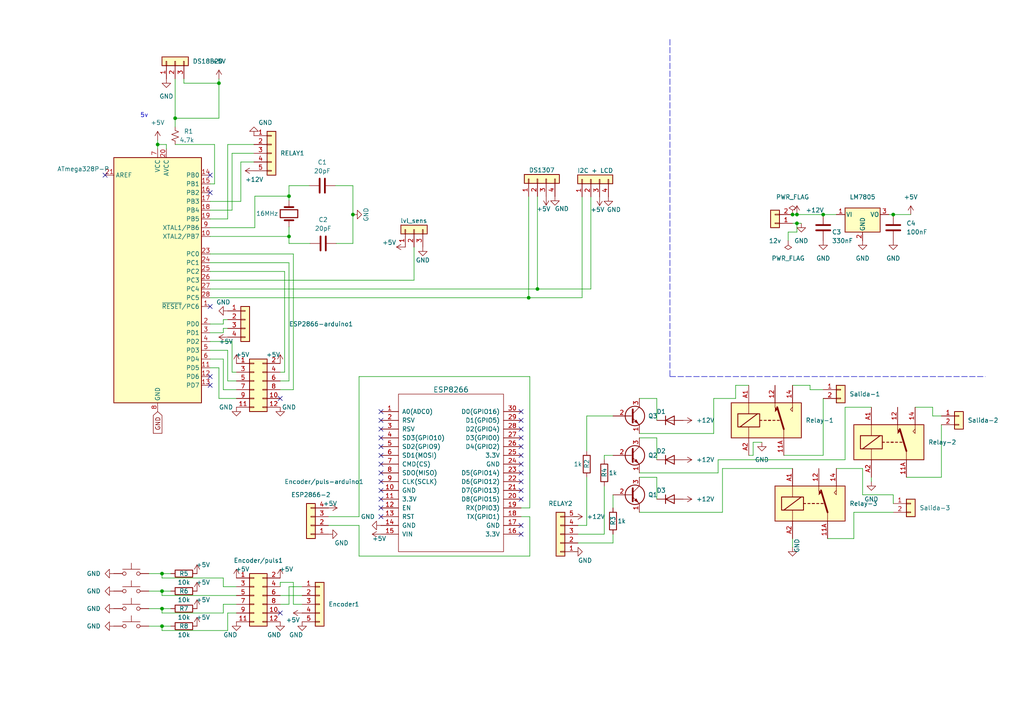
<source format=kicad_sch>
(kicad_sch (version 20211123) (generator eeschema)
  (paper "A4")
  (lib_symbols
    (symbol "Conn_01x02_2" (pin_names (offset 1.016) hide)
      (property "Value" "12v" (at 0 5.08 0))
      (symbol "Conn_01x02_2_1_1"
        (rectangle (start -1.27 -2.413) (end 0 -2.667) (stroke (width 0.1524)))
        (rectangle (start -1.27 0.127) (end 0 -0.127) (stroke (width 0.1524)))
        (rectangle (start -1.27 1.27) (end 1.27 -3.81) (stroke (width 0.254)) (fill (type background)))
        (pin power_in line (at -5.08 0 0) (length 3.81) (name "Pin_1") (number "1"))
        (pin power_in line (at -5.08 -2.54 0) (length 3.81) (name "Pin_2") (number "2"))
      )
    )
    (symbol "Conn_01x04_1" (pin_names (offset 1.016) hide)
      (property "Reference" "J" (at 0 5.08 0))
      (property "Value" "Conn_01x04_1" (at 0 -7.62 0))
      (symbol "Conn_01x04_1_1_1"
        (rectangle (start -1.27 -4.953) (end 0 -5.207) (stroke (width 0.1524)))
        (rectangle (start -1.27 -2.413) (end 0 -2.667) (stroke (width 0.1524)))
        (rectangle (start -1.27 0.127) (end 0 -0.127) (stroke (width 0.1524)))
        (rectangle (start -1.27 2.667) (end 0 2.413) (stroke (width 0.1524)))
        (rectangle (start -1.27 3.81) (end 1.27 -6.35) (stroke (width 0.254)) (fill (type background)))
        (pin passive line (at -5.08 2.54 0) (length 3.81) (name "Pin_1") (number "1"))
        (pin passive line (at -5.08 0 0) (length 3.81) (name "Pin_2") (number "2"))
        (pin passive line (at -5.08 -2.54 0) (length 3.81) (name "Pin_3") (number "3"))
        (pin passive line (at -5.08 -5.08 0) (length 3.81) (name "Pin_4") (number "4"))
      )
    )
    (symbol "Connector_Generic:Conn_01x02" (pin_names (offset 1.016) hide)
      (property "Reference" "J" (at 0 2.54 0))
      (property "Value" "Conn_01x02" (at 0 -5.08 0))
      (symbol "Conn_01x02_1_1"
        (rectangle (start -1.27 -2.413) (end 0 -2.667) (stroke (width 0.1524)))
        (rectangle (start -1.27 0.127) (end 0 -0.127) (stroke (width 0.1524)))
        (rectangle (start -1.27 1.27) (end 1.27 -3.81) (stroke (width 0.254)) (fill (type background)))
        (pin passive line (at -5.08 0 0) (length 3.81) (name "Pin_1") (number "1"))
        (pin passive line (at -5.08 -2.54 0) (length 3.81) (name "Pin_2") (number "2"))
      )
    )
    (symbol "Connector_Generic:Conn_01x03" (pin_names (offset 1.016) hide)
      (property "Reference" "J" (at 0 5.08 0))
      (property "Value" "Conn_01x03" (at 0 -5.08 0))
      (symbol "Conn_01x03_1_1"
        (rectangle (start -1.27 -2.413) (end 0 -2.667) (stroke (width 0.1524)))
        (rectangle (start -1.27 0.127) (end 0 -0.127) (stroke (width 0.1524)))
        (rectangle (start -1.27 2.667) (end 0 2.413) (stroke (width 0.1524)))
        (rectangle (start -1.27 3.81) (end 1.27 -3.81) (stroke (width 0.254)) (fill (type background)))
        (pin passive line (at -5.08 2.54 0) (length 3.81) (name "Pin_1") (number "1"))
        (pin passive line (at -5.08 0 0) (length 3.81) (name "Pin_2") (number "2"))
        (pin passive line (at -5.08 -2.54 0) (length 3.81) (name "Pin_3") (number "3"))
      )
    )
    (symbol "Connector_Generic:Conn_01x04" (pin_names (offset 1.016) hide)
      (property "Reference" "J" (at 0 5.08 0))
      (property "Value" "Conn_01x04" (at 0 -7.62 0))
      (symbol "Conn_01x04_1_1"
        (rectangle (start -1.27 -4.953) (end 0 -5.207) (stroke (width 0.1524)))
        (rectangle (start -1.27 -2.413) (end 0 -2.667) (stroke (width 0.1524)))
        (rectangle (start -1.27 0.127) (end 0 -0.127) (stroke (width 0.1524)))
        (rectangle (start -1.27 2.667) (end 0 2.413) (stroke (width 0.1524)))
        (rectangle (start -1.27 3.81) (end 1.27 -6.35) (stroke (width 0.254)) (fill (type background)))
        (pin passive line (at -5.08 2.54 0) (length 3.81) (name "Pin_1") (number "1"))
        (pin passive line (at -5.08 0 0) (length 3.81) (name "Pin_2") (number "2"))
        (pin passive line (at -5.08 -2.54 0) (length 3.81) (name "Pin_3") (number "3"))
        (pin passive line (at -5.08 -5.08 0) (length 3.81) (name "Pin_4") (number "4"))
      )
    )
    (symbol "Connector_Generic:Conn_01x05" (pin_names (offset 1.016) hide)
      (property "Reference" "J" (at 0 7.62 0))
      (property "Value" "Conn_01x05" (at 0 -7.62 0))
      (symbol "Conn_01x05_1_1"
        (rectangle (start -1.27 -4.953) (end 0 -5.207) (stroke (width 0.1524)))
        (rectangle (start -1.27 -2.413) (end 0 -2.667) (stroke (width 0.1524)))
        (rectangle (start -1.27 0.127) (end 0 -0.127) (stroke (width 0.1524)))
        (rectangle (start -1.27 2.667) (end 0 2.413) (stroke (width 0.1524)))
        (rectangle (start -1.27 5.207) (end 0 4.953) (stroke (width 0.1524)))
        (rectangle (start -1.27 6.35) (end 1.27 -6.35) (stroke (width 0.254)) (fill (type background)))
        (pin passive line (at -5.08 5.08 0) (length 3.81) (name "Pin_1") (number "1"))
        (pin passive line (at -5.08 2.54 0) (length 3.81) (name "Pin_2") (number "2"))
        (pin passive line (at -5.08 0 0) (length 3.81) (name "Pin_3") (number "3"))
        (pin passive line (at -5.08 -2.54 0) (length 3.81) (name "Pin_4") (number "4"))
        (pin passive line (at -5.08 -5.08 0) (length 3.81) (name "Pin_5") (number "5"))
      )
    )
    (symbol "Connector_Generic:Conn_02x06_Odd_Even" (pin_names (offset 1.016) hide)
      (property "Reference" "J" (at 1.27 7.62 0))
      (property "Value" "Conn_02x06_Odd_Even" (at 1.27 -10.16 0))
      (symbol "Conn_02x06_Odd_Even_1_1"
        (rectangle (start -1.27 -7.493) (end 0 -7.747) (stroke (width 0.1524)))
        (rectangle (start -1.27 -4.953) (end 0 -5.207) (stroke (width 0.1524)))
        (rectangle (start -1.27 -2.413) (end 0 -2.667) (stroke (width 0.1524)))
        (rectangle (start -1.27 0.127) (end 0 -0.127) (stroke (width 0.1524)))
        (rectangle (start -1.27 2.667) (end 0 2.413) (stroke (width 0.1524)))
        (rectangle (start -1.27 5.207) (end 0 4.953) (stroke (width 0.1524)))
        (rectangle (start -1.27 6.35) (end 3.81 -8.89) (stroke (width 0.254)) (fill (type background)))
        (rectangle (start 3.81 -7.493) (end 2.54 -7.747) (stroke (width 0.1524)))
        (rectangle (start 3.81 -4.953) (end 2.54 -5.207) (stroke (width 0.1524)))
        (rectangle (start 3.81 -2.413) (end 2.54 -2.667) (stroke (width 0.1524)))
        (rectangle (start 3.81 0.127) (end 2.54 -0.127) (stroke (width 0.1524)))
        (rectangle (start 3.81 2.667) (end 2.54 2.413) (stroke (width 0.1524)))
        (rectangle (start 3.81 5.207) (end 2.54 4.953) (stroke (width 0.1524)))
        (pin passive line (at -5.08 5.08 0) (length 3.81) (name "Pin_1") (number "1"))
        (pin passive line (at 7.62 -5.08 180) (length 3.81) (name "Pin_10") (number "10"))
        (pin passive line (at -5.08 -7.62 0) (length 3.81) (name "Pin_11") (number "11"))
        (pin passive line (at 7.62 -7.62 180) (length 3.81) (name "Pin_12") (number "12"))
        (pin passive line (at 7.62 5.08 180) (length 3.81) (name "Pin_2") (number "2"))
        (pin passive line (at -5.08 2.54 0) (length 3.81) (name "Pin_3") (number "3"))
        (pin passive line (at 7.62 2.54 180) (length 3.81) (name "Pin_4") (number "4"))
        (pin passive line (at -5.08 0 0) (length 3.81) (name "Pin_5") (number "5"))
        (pin passive line (at 7.62 0 180) (length 3.81) (name "Pin_6") (number "6"))
        (pin passive line (at -5.08 -2.54 0) (length 3.81) (name "Pin_7") (number "7"))
        (pin passive line (at 7.62 -2.54 180) (length 3.81) (name "Pin_8") (number "8"))
        (pin passive line (at -5.08 -5.08 0) (length 3.81) (name "Pin_9") (number "9"))
      )
    )
    (symbol "Device:C" (pin_numbers hide) (pin_names (offset 0.254))
      (property "Reference" "C" (at 0.635 2.54 0))
      (property "Value" "C" (at 0.635 -2.54 0))
      (symbol "C_0_1"
        (polyline (pts (xy -2.032 -0.762) (xy 2.032 -0.762)) (stroke (width 0.508)))
        (polyline (pts (xy -2.032 0.762) (xy 2.032 0.762)) (stroke (width 0.508)))
      )
      (symbol "C_1_1"
        (pin passive line (at 0 3.81 270) (length 2.794) (name "~") (number "1"))
        (pin passive line (at 0 -3.81 90) (length 2.794) (name "~") (number "2"))
      )
    )
    (symbol "Device:Crystal" (pin_numbers hide) (pin_names (offset 1.016) hide)
      (property "Reference" "Y" (at 0 3.81 0))
      (property "Value" "Crystal" (at 0 -3.81 0))
      (symbol "Crystal_0_1"
        (rectangle (start -1.143 2.54) (end 1.143 -2.54) (stroke (width 0.3048)))
        (polyline (pts (xy -2.54 0) (xy -1.905 0)))
        (polyline (pts (xy -1.905 -1.27) (xy -1.905 1.27)) (stroke (width 0.508)))
        (polyline (pts (xy 1.905 -1.27) (xy 1.905 1.27)) (stroke (width 0.508)))
        (polyline (pts (xy 2.54 0) (xy 1.905 0)))
      )
      (symbol "Crystal_1_1"
        (pin passive line (at -3.81 0 0) (length 1.27) (name "1") (number "1"))
        (pin passive line (at 3.81 0 180) (length 1.27) (name "2") (number "2"))
      )
    )
    (symbol "Device:R" (pin_numbers hide) (pin_names (offset 0))
      (property "Reference" "R" (at 2.032 0 90))
      (property "Value" "R" (at 0 0 90))
      (symbol "R_0_1"
        (rectangle (start -1.016 -2.54) (end 1.016 2.54) (stroke (width 0.254)))
      )
      (symbol "R_1_1"
        (pin passive line (at 0 3.81 270) (length 1.27) (name "~") (number "1"))
        (pin passive line (at 0 -3.81 90) (length 1.27) (name "~") (number "2"))
      )
    )
    (symbol "Device:R_Small_US" (pin_numbers hide) (pin_names (offset 0.254) hide)
      (property "Reference" "R" (at 0.762 0.508 0))
      (property "Value" "R_Small_US" (at 0.762 -1.016 0))
      (symbol "R_Small_US_1_1"
        (polyline (pts (xy 0 0) (xy 1.016 -0.381) (xy 0 -0.762) (xy -1.016 -1.143) (xy 0 -1.524)))
        (polyline (pts (xy 0 1.524) (xy 1.016 1.143) (xy 0 0.762) (xy -1.016 0.381) (xy 0 0)))
        (pin passive line (at 0 2.54 270) (length 1.016) (name "~") (number "1"))
        (pin passive line (at 0 -2.54 90) (length 1.016) (name "~") (number "2"))
      )
    )
    (symbol "Diode:1N4007" (pin_numbers hide) (pin_names (offset 1.016) hide)
      (property "Reference" "D" (at 0 2.54 0))
      (property "Value" "1N4007" (at 0 -2.54 0))
      (symbol "1N4007_0_1"
        (polyline (pts (xy -1.27 1.27) (xy -1.27 -1.27)) (stroke (width 0.254)))
        (polyline (pts (xy 1.27 0) (xy -1.27 0)))
        (polyline (pts (xy 1.27 1.27) (xy 1.27 -1.27) (xy -1.27 0) (xy 1.27 1.27)) (stroke (width 0.254)))
      )
      (symbol "1N4007_1_1"
        (pin passive line (at -3.81 0 0) (length 2.54) (name "K") (number "1"))
        (pin passive line (at 3.81 0 180) (length 2.54) (name "A") (number "2"))
      )
    )
    (symbol "ESP8266-2:NodeMCU1.0(ESP-12E)" (pin_names (offset 1.016))
      (property "Reference" "U" (at 0 21.59 0))
      (property "Value" "NodeMCU1.0(ESP-12E)" (at 0 -21.59 0))
      (symbol "NodeMCU1.0(ESP-12E)_0_1"
        (rectangle (start -15.24 -22.86) (end 15.24 22.86))
      )
      (symbol "NodeMCU1.0(ESP-12E)_1_1"
        (pin input line (at -20.32 17.78 0) (length 5.08) (name "A0(ADC0)") (number "1"))
        (pin input line (at -20.32 -5.08 0) (length 5.08) (name "GND") (number "10"))
        (pin input line (at -20.32 -7.62 0) (length 5.08) (name "3.3V") (number "11"))
        (pin input line (at -20.32 -10.16 0) (length 5.08) (name "EN") (number "12"))
        (pin input line (at -20.32 -12.7 0) (length 5.08) (name "RST") (number "13"))
        (pin input line (at -20.32 -15.24 0) (length 5.08) (name "GND") (number "14"))
        (pin input line (at -20.32 -17.78 0) (length 5.08) (name "VIN") (number "15"))
        (pin input line (at 20.32 -17.78 180) (length 5.08) (name "3.3V") (number "16"))
        (pin input line (at 20.32 -15.24 180) (length 5.08) (name "GND") (number "17"))
        (pin input line (at 20.32 -12.7 180) (length 5.08) (name "TX(GPIO1)") (number "18"))
        (pin input line (at 20.32 -10.16 180) (length 5.08) (name "RX(DPIO3)") (number "19"))
        (pin input line (at -20.32 15.24 0) (length 5.08) (name "RSV") (number "2"))
        (pin input line (at 20.32 -7.62 180) (length 5.08) (name "D8(GPIO15)") (number "20"))
        (pin input line (at 20.32 -5.08 180) (length 5.08) (name "D7(GPIO13)") (number "21"))
        (pin input line (at 20.32 -2.54 180) (length 5.08) (name "D6(GPIO12)") (number "22"))
        (pin input line (at 20.32 0 180) (length 5.08) (name "D5(GPIO14)") (number "23"))
        (pin input line (at 20.32 2.54 180) (length 5.08) (name "GND") (number "24"))
        (pin input line (at 20.32 5.08 180) (length 5.08) (name "3.3V") (number "25"))
        (pin input line (at 20.32 7.62 180) (length 5.08) (name "D4(GPIO2)") (number "26"))
        (pin input line (at 20.32 10.16 180) (length 5.08) (name "D3(GPIO0)") (number "27"))
        (pin input line (at 20.32 12.7 180) (length 5.08) (name "D2(GPIO4)") (number "28"))
        (pin input line (at 20.32 15.24 180) (length 5.08) (name "D1(GPIO5)") (number "29"))
        (pin input line (at -20.32 12.7 0) (length 5.08) (name "RSV") (number "3"))
        (pin input line (at 20.32 17.78 180) (length 5.08) (name "D0(GPIO16)") (number "30"))
        (pin input line (at -20.32 10.16 0) (length 5.08) (name "SD3(GPIO10)") (number "4"))
        (pin input line (at -20.32 7.62 0) (length 5.08) (name "SD2(GPIO9)") (number "5"))
        (pin input line (at -20.32 5.08 0) (length 5.08) (name "SD1(MOSI)") (number "6"))
        (pin input line (at -20.32 2.54 0) (length 5.08) (name "CMD(CS)") (number "7"))
        (pin input line (at -20.32 0 0) (length 5.08) (name "SDO(MISO)") (number "8"))
        (pin input line (at -20.32 -2.54 0) (length 5.08) (name "CLK(SCLK)") (number "9"))
      )
    )
    (symbol "MCU_Microchip_ATmega:ATmega328P-P"
      (property "Reference" "U" (at -12.7 36.83 0))
      (property "Value" "ATmega328P-P" (at 2.54 -36.83 0))
      (symbol "ATmega328P-P_0_1"
        (rectangle (start -12.7 -35.56) (end 12.7 35.56) (stroke (width 0.254)) (fill (type background)))
      )
      (symbol "ATmega328P-P_1_1"
        (pin bidirectional line (at 15.24 -7.62 180) (length 2.54) (name "~{RESET}/PC6") (number "1"))
        (pin bidirectional line (at 15.24 12.7 180) (length 2.54) (name "XTAL2/PB7") (number "10"))
        (pin bidirectional line (at 15.24 -25.4 180) (length 2.54) (name "PD5") (number "11"))
        (pin bidirectional line (at 15.24 -27.94 180) (length 2.54) (name "PD6") (number "12"))
        (pin bidirectional line (at 15.24 -30.48 180) (length 2.54) (name "PD7") (number "13"))
        (pin bidirectional line (at 15.24 30.48 180) (length 2.54) (name "PB0") (number "14"))
        (pin bidirectional line (at 15.24 27.94 180) (length 2.54) (name "PB1") (number "15"))
        (pin bidirectional line (at 15.24 25.4 180) (length 2.54) (name "PB2") (number "16"))
        (pin bidirectional line (at 15.24 22.86 180) (length 2.54) (name "PB3") (number "17"))
        (pin bidirectional line (at 15.24 20.32 180) (length 2.54) (name "PB4") (number "18"))
        (pin bidirectional line (at 15.24 17.78 180) (length 2.54) (name "PB5") (number "19"))
        (pin bidirectional line (at 15.24 -12.7 180) (length 2.54) (name "PD0") (number "2"))
        (pin power_in line (at 2.54 38.1 270) (length 2.54) (name "AVCC") (number "20"))
        (pin passive line (at -15.24 30.48 0) (length 2.54) (name "AREF") (number "21"))
        (pin passive line (at 0 -38.1 90) (length 2.54) hide (name "GND") (number "22"))
        (pin bidirectional line (at 15.24 7.62 180) (length 2.54) (name "PC0") (number "23"))
        (pin bidirectional line (at 15.24 5.08 180) (length 2.54) (name "PC1") (number "24"))
        (pin bidirectional line (at 15.24 2.54 180) (length 2.54) (name "PC2") (number "25"))
        (pin bidirectional line (at 15.24 0 180) (length 2.54) (name "PC3") (number "26"))
        (pin bidirectional line (at 15.24 -2.54 180) (length 2.54) (name "PC4") (number "27"))
        (pin bidirectional line (at 15.24 -5.08 180) (length 2.54) (name "PC5") (number "28"))
        (pin bidirectional line (at 15.24 -15.24 180) (length 2.54) (name "PD1") (number "3"))
        (pin bidirectional line (at 15.24 -17.78 180) (length 2.54) (name "PD2") (number "4"))
        (pin bidirectional line (at 15.24 -20.32 180) (length 2.54) (name "PD3") (number "5"))
        (pin bidirectional line (at 15.24 -22.86 180) (length 2.54) (name "PD4") (number "6"))
        (pin power_in line (at 0 38.1 270) (length 2.54) (name "VCC") (number "7"))
        (pin power_in line (at 0 -38.1 90) (length 2.54) (name "GND") (number "8"))
        (pin bidirectional line (at 15.24 15.24 180) (length 2.54) (name "XTAL1/PB6") (number "9"))
      )
    )
    (symbol "Regulator_Linear:LM7805_TO220" (pin_names (offset 0.254))
      (property "Reference" "U" (at -3.81 3.175 0))
      (property "Value" "LM7805_TO220" (at 0 3.175 0))
      (symbol "LM7805_TO220_0_1"
        (rectangle (start -5.08 1.905) (end 5.08 -5.08) (stroke (width 0.254)) (fill (type background)))
      )
      (symbol "LM7805_TO220_1_1"
        (pin power_in line (at -7.62 0 0) (length 2.54) (name "VI") (number "1"))
        (pin power_in line (at 0 -7.62 90) (length 2.54) (name "GND") (number "2"))
        (pin power_out line (at 7.62 0 180) (length 2.54) (name "VO") (number "3"))
      )
    )
    (symbol "Relay:RAYEX-L90"
      (property "Reference" "K" (at 11.43 3.81 0))
      (property "Value" "RAYEX-L90" (at 11.43 1.27 0))
      (symbol "RAYEX-L90_1_0"
        (polyline (pts (xy 2.54 3.81) (xy 2.54 5.08)))
        (polyline (pts (xy 7.62 3.81) (xy 7.62 5.08)))
        (polyline (pts (xy 7.62 3.81) (xy 7.62 2.54) (xy 6.985 3.175) (xy 7.62 3.81)))
      )
      (symbol "RAYEX-L90_1_1"
        (rectangle (start -10.16 5.08) (end 10.16 -5.08) (stroke (width 0.254)) (fill (type background)))
        (rectangle (start -8.255 1.905) (end -1.905 -1.905) (stroke (width 0.254)))
        (polyline (pts (xy -7.62 -1.905) (xy -2.54 1.905)) (stroke (width 0.254)))
        (polyline (pts (xy -5.08 -5.08) (xy -5.08 -1.905)))
        (polyline (pts (xy -5.08 5.08) (xy -5.08 1.905)))
        (polyline (pts (xy -1.905 0) (xy -1.27 0)) (stroke (width 0.254)))
        (polyline (pts (xy -0.635 0) (xy 0 0)) (stroke (width 0.254)))
        (polyline (pts (xy 0.635 0) (xy 1.27 0)) (stroke (width 0.254)))
        (polyline (pts (xy 0.635 0) (xy 1.27 0)) (stroke (width 0.254)))
        (polyline (pts (xy 1.905 0) (xy 2.54 0)) (stroke (width 0.254)))
        (polyline (pts (xy 3.175 0) (xy 3.81 0)) (stroke (width 0.254)))
        (polyline (pts (xy 5.08 -2.54) (xy 3.175 3.81)) (stroke (width 0.508)))
        (polyline (pts (xy 5.08 -2.54) (xy 5.08 -5.08)))
        (polyline (pts (xy 2.54 2.54) (xy 3.175 3.175) (xy 2.54 3.81)) (fill (type outline)))
        (pin passive line (at 5.08 -10.16 90) (length 5.08) (name "~") (number "11A"))
        (pin passive line (at 5.08 -10.16 90) (length 5.08) hide (name "~") (number "11B"))
        (pin passive line (at 2.54 10.16 270) (length 5.08) (name "~") (number "12"))
        (pin passive line (at 7.62 10.16 270) (length 5.08) (name "~") (number "14"))
        (pin passive line (at -5.08 10.16 270) (length 5.08) (name "~") (number "A1"))
        (pin passive line (at -5.08 -10.16 90) (length 5.08) (name "~") (number "A2"))
      )
    )
    (symbol "Switch:SW_Push" (pin_numbers hide) (pin_names (offset 1.016) hide)
      (property "Reference" "SW" (at 1.27 2.54 0))
      (property "Value" "SW_Push" (at 0 -1.524 0))
      (symbol "SW_Push_0_1"
        (circle (center -2.032 0) (radius 0.508))
        (polyline (pts (xy 0 1.27) (xy 0 3.048)))
        (polyline (pts (xy 2.54 1.27) (xy -2.54 1.27)))
        (circle (center 2.032 0) (radius 0.508))
        (pin passive line (at -5.08 0 0) (length 2.54) (name "1") (number "1"))
        (pin passive line (at 5.08 0 180) (length 2.54) (name "2") (number "2"))
      )
    )
    (symbol "Transistor_BJT:PN2222A" (pin_names (offset 0) hide)
      (property "Reference" "Q" (at 5.08 1.905 0))
      (property "Value" "PN2222A" (at 5.08 0 0))
      (symbol "PN2222A_0_1"
        (polyline (pts (xy 0 0) (xy 0.635 0)))
        (polyline (pts (xy 2.54 -2.54) (xy 0.635 -0.635)))
        (polyline (pts (xy 2.54 2.54) (xy 0.635 0.635)))
        (polyline (pts (xy 0.635 1.905) (xy 0.635 -1.905) (xy 0.635 -1.905)) (stroke (width 0.508)))
        (polyline (pts (xy 2.413 -2.413) (xy 1.905 -1.905) (xy 1.905 -1.905)))
        (polyline (pts (xy 1.143 -1.651) (xy 1.651 -1.143) (xy 2.159 -2.159) (xy 1.143 -1.651) (xy 1.143 -1.651)) (fill (type outline)))
        (circle (center 1.27 0) (radius 2.8194) (stroke (width 0.254)))
      )
      (symbol "PN2222A_1_1"
        (pin passive line (at 2.54 -5.08 90) (length 2.54) (name "E") (number "1"))
        (pin input line (at -5.08 0 0) (length 5.08) (name "B") (number "2"))
        (pin passive line (at 2.54 5.08 270) (length 2.54) (name "C") (number "3"))
      )
    )
    (symbol "power:+12V" (power) (pin_names (offset 0))
      (property "Value" "+12V" (at 0 3.556 0))
      (symbol "+12V_0_1"
        (polyline (pts (xy -0.762 1.27) (xy 0 2.54)))
        (polyline (pts (xy 0 0) (xy 0 2.54)))
        (polyline (pts (xy 0 2.54) (xy 0.762 1.27)))
      )
      (symbol "+12V_1_1"
        (pin power_in line (at 0 0 90) (length 0) hide (name "+12V") (number "1"))
      )
    )
    (symbol "power:+5V" (power) (pin_names (offset 0))
      (property "Value" "+5V" (at 0 3.556 0))
      (symbol "+5V_0_1"
        (polyline (pts (xy -0.762 1.27) (xy 0 2.54)))
        (polyline (pts (xy 0 0) (xy 0 2.54)))
        (polyline (pts (xy 0 2.54) (xy 0.762 1.27)))
      )
      (symbol "+5V_1_1"
        (pin power_in line (at 0 0 90) (length 0) hide (name "+5V") (number "1"))
      )
    )
    (symbol "power:GND" (power) (pin_names (offset 0))
      (property "Value" "GND" (at 0 -3.81 0))
      (symbol "GND_0_1"
        (polyline (pts (xy 0 0) (xy 0 -1.27) (xy 1.27 -1.27) (xy 0 -2.54) (xy -1.27 -1.27) (xy 0 -1.27)))
      )
      (symbol "GND_1_1"
        (pin power_in line (at 0 0 270) (length 0) hide (name "GND") (number "1"))
      )
    )
    (symbol "power:PWR_FLAG" (power) (pin_numbers hide) (pin_names (offset 0) hide)
      (property "Value" "PWR_FLAG" (at 0 3.81 0))
      (symbol "PWR_FLAG_0_0"
        (pin power_out line (at 0 0 90) (length 0) (name "pwr") (number "1"))
      )
      (symbol "PWR_FLAG_0_1"
        (polyline (pts (xy 0 0) (xy 0 1.27) (xy -1.016 1.905) (xy 0 2.54) (xy 1.016 1.905) (xy 0 1.27)))
      )
    )
  )
  (junction (at 153.3398 86.36))
  (junction (at 46.99 166.37))
  (junction (at 45.72 41.91))
  (junction (at 231.14 62.23))
  (junction (at 46.99 176.53))
  (junction (at 102.362 62.23))
  (junction (at 259.08 62.23))
  (junction (at 229.87 62.23))
  (junction (at 238.76 62.23))
  (junction (at 50.8 34.29))
  (junction (at 46.99 171.45))
  (junction (at 83.82 56.896))
  (junction (at 231.14 64.77))
  (junction (at 63.5 24.13))
  (junction (at 46.99 181.61))
  (junction (at 83.82 68.58))
  (junction (at 155.8798 83.82))
  (no_connect (at 81.28 115.57))
  (no_connect (at 30.48 50.8))
  (no_connect (at 151.13 144.78))
  (no_connect (at 151.13 139.7))
  (no_connect (at 151.13 142.24))
  (no_connect (at 151.13 152.4))
  (no_connect (at 151.13 154.94))
  (no_connect (at 151.13 119.38))
  (no_connect (at 151.13 121.92))
  (no_connect (at 151.13 127))
  (no_connect (at 151.13 124.46))
  (no_connect (at 151.13 129.54))
  (no_connect (at 151.13 132.08))
  (no_connect (at 151.13 134.62))
  (no_connect (at 151.13 137.16))
  (no_connect (at 110.49 149.86))
  (no_connect (at 110.49 147.32))
  (no_connect (at 110.49 144.78))
  (no_connect (at 110.49 137.16))
  (no_connect (at 110.49 134.62))
  (no_connect (at 110.49 129.54))
  (no_connect (at 110.49 124.46))
  (no_connect (at 110.49 127))
  (no_connect (at 110.49 132.08))
  (no_connect (at 110.49 142.24))
  (no_connect (at 110.49 139.7))
  (no_connect (at 110.49 119.38))
  (no_connect (at 110.49 121.92))
  (no_connect (at 81.28 177.8))
  (no_connect (at 60.96 111.76))
  (no_connect (at 60.96 88.9))
  (no_connect (at 60.96 109.22))
  (no_connect (at 60.96 55.88))
  (no_connect (at 60.96 50.8))
  (wire (pts (xy 89.916 70.612) (xy 83.82 70.612)))
  (wire (pts (xy 209.55 148.59) (xy 185.42 148.59)))
  (wire (pts (xy 46.99 181.61) (xy 46.99 182.88)))
  (wire (pts (xy 265.43 118.11) (xy 270.51 118.11)))
  (wire (pts (xy 270.51 120.65) (xy 273.05 120.65)))
  (wire (pts (xy 207.01 125.73) (xy 185.42 125.73)))
  (wire (pts (xy 85.09 175.26) (xy 85.09 168.91)))
  (wire (pts (xy 60.96 86.36) (xy 153.3398 86.36)))
  (wire (pts (xy 171.3738 57.0992) (xy 171.3738 83.82)))
  (wire (pts (xy 104.14 149.86) (xy 95.25 149.86)))
  (wire (pts (xy 153.67 149.86) (xy 153.67 161.29)))
  (wire (pts (xy 46.99 177.8) (xy 64.77 177.8)))
  (wire (pts (xy 259.08 143.51) (xy 259.08 146.05)))
  (wire (pts (xy 66.04 41.91) (xy 73.66 41.91)))
  (wire (pts (xy 62.23 53.34) (xy 62.23 41.91)))
  (wire (pts (xy 167.64 149.86) (xy 166.37 149.86)))
  (wire (pts (xy 95.25 152.4) (xy 104.14 152.4)))
  (wire (pts (xy 50.8 34.29) (xy 50.8 36.83)))
  (wire (pts (xy 43.18 171.45) (xy 46.99 171.45)))
  (wire (pts (xy 85.09 113.03) (xy 81.28 113.03)))
  (wire (pts (xy 60.96 78.74) (xy 82.55 78.74)))
  (wire (pts (xy 45.72 41.91) (xy 45.72 43.18)))
  (wire (pts (xy 102.362 53.848) (xy 102.362 62.23)))
  (wire (pts (xy 60.96 83.82) (xy 155.8798 83.82)))
  (wire (pts (xy 60.96 99.06) (xy 67.31 99.06)))
  (wire (pts (xy 81.28 168.91) (xy 81.28 170.18)))
  (wire (pts (xy 64.77 167.64) (xy 64.77 170.18)))
  (wire (pts (xy 67.31 44.45) (xy 73.66 44.45)))
  (wire (pts (xy 87.63 175.26) (xy 85.09 175.26)))
  (wire (pts (xy 81.28 172.72) (xy 87.63 172.72)))
  (wire (pts (xy 229.87 111.76) (xy 234.95 111.76)))
  (wire (pts (xy 60.96 66.04) (xy 73.914 66.04)))
  (wire (pts (xy 83.82 70.612) (xy 83.82 68.58)))
  (wire (pts (xy 85.09 113.03) (xy 85.09 73.66)))
  (wire (pts (xy 151.13 147.32) (xy 153.67 147.32)))
  (polyline (pts (xy 194.31 11.43) (xy 194.31 109.22)))
  (wire (pts (xy 170.18 138.43) (xy 170.18 152.4)))
  (wire (pts (xy 43.18 166.37) (xy 46.99 166.37)))
  (wire (pts (xy 60.96 60.96) (xy 67.31 60.96)))
  (wire (pts (xy 50.8 34.29) (xy 63.5 34.29)))
  (wire (pts (xy 151.13 149.86) (xy 153.67 149.86)))
  (wire (pts (xy 245.11 133.35) (xy 208.28 133.35)))
  (wire (pts (xy 83.82 53.848) (xy 83.82 56.896)))
  (wire (pts (xy 153.67 109.22) (xy 104.14 109.22)))
  (wire (pts (xy 262.89 138.43) (xy 273.05 138.43)))
  (wire (pts (xy 231.14 62.23) (xy 238.76 62.23)))
  (wire (pts (xy 213.36 111.76) (xy 217.17 111.76)))
  (wire (pts (xy 46.99 166.37) (xy 46.99 167.64)))
  (wire (pts (xy 229.87 135.89) (xy 209.55 135.89)))
  (wire (pts (xy 177.8 147.32) (xy 177.8 143.51)))
  (wire (pts (xy 64.77 175.26) (xy 68.58 175.26)))
  (wire (pts (xy 60.96 63.5) (xy 66.04 63.5)))
  (wire (pts (xy 175.26 154.94) (xy 167.64 154.94)))
  (wire (pts (xy 238.76 132.08) (xy 227.33 132.08)))
  (wire (pts (xy 171.3738 83.82) (xy 155.8798 83.82)))
  (wire (pts (xy 190.5 115.57) (xy 190.5 121.92)))
  (wire (pts (xy 48.26 43.18) (xy 48.26 41.91)))
  (wire (pts (xy 153.3398 86.36) (xy 153.3398 56.9722)))
  (wire (pts (xy 208.28 137.16) (xy 185.42 137.16)))
  (wire (pts (xy 229.87 62.23) (xy 231.14 62.23)))
  (wire (pts (xy 69.85 46.99) (xy 73.66 46.99)))
  (wire (pts (xy 66.04 177.8) (xy 66.04 182.88)))
  (wire (pts (xy 170.18 120.65) (xy 170.18 130.81)))
  (wire (pts (xy 185.42 138.43) (xy 190.5 138.43)))
  (wire (pts (xy 67.31 107.95) (xy 68.58 107.95)))
  (wire (pts (xy 218.44 132.08) (xy 218.44 128.27)))
  (wire (pts (xy 62.23 41.91) (xy 50.8 41.91)))
  (wire (pts (xy 66.04 101.6) (xy 66.04 110.49)))
  (wire (pts (xy 177.8 157.48) (xy 167.64 157.48)))
  (wire (pts (xy 46.99 167.64) (xy 64.77 167.64)))
  (wire (pts (xy 60.96 104.14) (xy 64.77 104.14)))
  (wire (pts (xy 250.19 143.51) (xy 259.08 143.51)))
  (wire (pts (xy 66.04 63.5) (xy 66.04 41.91)))
  (wire (pts (xy 60.96 106.68) (xy 63.5 106.68)))
  (wire (pts (xy 209.55 135.89) (xy 209.55 148.59)))
  (wire (pts (xy 46.99 171.45) (xy 49.53 171.45)))
  (wire (pts (xy 238.76 62.23) (xy 242.57 62.23)))
  (wire (pts (xy 153.3398 86.36) (xy 168.8338 86.36)))
  (wire (pts (xy 104.14 109.22) (xy 104.14 149.86)))
  (wire (pts (xy 64.77 95.25) (xy 66.04 95.25)))
  (wire (pts (xy 46.99 171.45) (xy 46.99 172.72)))
  (wire (pts (xy 177.8 132.08) (xy 175.26 132.08)))
  (wire (pts (xy 102.362 70.612) (xy 102.362 62.23)))
  (wire (pts (xy 185.42 127) (xy 190.5 127)))
  (wire (pts (xy 231.14 67.31) (xy 231.14 64.77)))
  (wire (pts (xy 64.77 96.52) (xy 64.77 95.25)))
  (wire (pts (xy 259.08 148.59) (xy 247.65 148.59)))
  (wire (pts (xy 63.5 22.86) (xy 63.5 24.13)))
  (wire (pts (xy 64.77 113.03) (xy 68.58 113.03)))
  (wire (pts (xy 175.26 140.97) (xy 175.26 154.94)))
  (wire (pts (xy 64.77 177.8) (xy 64.77 175.26)))
  (wire (pts (xy 83.82 68.58) (xy 60.96 68.58)))
  (wire (pts (xy 207.01 115.57) (xy 207.01 125.73)))
  (wire (pts (xy 81.28 107.95) (xy 82.55 107.95)))
  (wire (pts (xy 60.96 101.6) (xy 66.04 101.6)))
  (wire (pts (xy 73.914 66.04) (xy 73.914 56.896)))
  (wire (pts (xy 234.95 113.03) (xy 238.76 113.03)))
  (wire (pts (xy 234.95 111.76) (xy 234.95 113.03)))
  (wire (pts (xy 245.11 133.35) (xy 245.11 118.11)))
  (wire (pts (xy 60.96 93.98) (xy 64.77 93.98)))
  (wire (pts (xy 89.662 53.848) (xy 83.82 53.848)))
  (wire (pts (xy 228.6 69.85) (xy 228.6 67.31)))
  (wire (pts (xy 83.82 110.49) (xy 81.28 110.49)))
  (wire (pts (xy 168.8338 86.36) (xy 168.8338 57.0992)))
  (wire (pts (xy 46.99 181.61) (xy 49.53 181.61)))
  (wire (pts (xy 60.96 53.34) (xy 62.23 53.34)))
  (wire (pts (xy 83.82 170.18) (xy 83.82 175.26)))
  (wire (pts (xy 250.19 135.89) (xy 250.19 143.51)))
  (wire (pts (xy 155.8798 83.82) (xy 155.8798 56.9722)))
  (wire (pts (xy 83.82 56.896) (xy 73.914 56.896)))
  (wire (pts (xy 60.96 76.2) (xy 83.82 76.2)))
  (wire (pts (xy 60.96 96.52) (xy 64.77 96.52)))
  (wire (pts (xy 66.04 110.49) (xy 68.58 110.49)))
  (wire (pts (xy 238.76 115.57) (xy 238.76 132.08)))
  (wire (pts (xy 60.96 81.28) (xy 120.0912 81.28)))
  (wire (pts (xy 190.5 127) (xy 190.5 133.35)))
  (wire (pts (xy 175.26 132.08) (xy 175.26 133.35)))
  (wire (pts (xy 213.36 115.57) (xy 213.36 111.76)))
  (wire (pts (xy 167.64 160.02) (xy 166.37 160.02)))
  (wire (pts (xy 46.99 182.88) (xy 66.04 182.88)))
  (wire (pts (xy 50.8 22.86) (xy 50.8 34.29)))
  (wire (pts (xy 229.87 64.77) (xy 231.14 64.77)))
  (wire (pts (xy 185.42 115.57) (xy 190.5 115.57)))
  (wire (pts (xy 46.99 172.72) (xy 68.58 172.72)))
  (wire (pts (xy 177.8 154.94) (xy 177.8 157.48)))
  (wire (pts (xy 83.82 58.166) (xy 83.82 56.896)))
  (wire (pts (xy 53.34 24.13) (xy 53.34 22.86)))
  (wire (pts (xy 83.82 175.26) (xy 81.28 175.26)))
  (wire (pts (xy 63.5 115.57) (xy 68.58 115.57)))
  (wire (pts (xy 229.87 156.21) (xy 229.87 158.75)))
  (wire (pts (xy 64.77 92.71) (xy 66.04 92.71)))
  (wire (pts (xy 257.81 62.23) (xy 259.08 62.23)))
  (wire (pts (xy 46.99 176.53) (xy 49.53 176.53)))
  (wire (pts (xy 63.5 24.13) (xy 63.5 34.29)))
  (wire (pts (xy 64.77 104.14) (xy 64.77 113.03)))
  (wire (pts (xy 247.65 148.59) (xy 247.65 156.21)))
  (wire (pts (xy 273.05 123.19) (xy 273.05 138.43)))
  (polyline (pts (xy 194.31 109.22) (xy 285.75 109.22)))
  (wire (pts (xy 218.44 128.27) (xy 220.98 128.27)))
  (wire (pts (xy 231.14 64.77) (xy 232.41 64.77)))
  (wire (pts (xy 242.57 135.89) (xy 250.19 135.89)))
  (wire (pts (xy 45.72 41.91) (xy 48.26 41.91)))
  (wire (pts (xy 247.65 156.21) (xy 240.03 156.21)))
  (wire (pts (xy 69.85 58.42) (xy 69.85 46.99)))
  (wire (pts (xy 153.67 161.29) (xy 104.14 161.29)))
  (wire (pts (xy 120.0912 71.6534) (xy 120.0912 81.28)))
  (wire (pts (xy 213.36 115.57) (xy 207.01 115.57)))
  (wire (pts (xy 67.31 99.06) (xy 67.31 107.95)))
  (wire (pts (xy 63.5 106.68) (xy 63.5 115.57)))
  (wire (pts (xy 259.08 62.23) (xy 264.16 62.23)))
  (wire (pts (xy 217.17 132.08) (xy 218.44 132.08)))
  (wire (pts (xy 60.96 73.66) (xy 85.09 73.66)))
  (wire (pts (xy 67.31 60.96) (xy 67.31 44.45)))
  (wire (pts (xy 170.18 120.65) (xy 177.8 120.65)))
  (wire (pts (xy 228.6 67.31) (xy 231.14 67.31)))
  (wire (pts (xy 170.18 152.4) (xy 167.64 152.4)))
  (wire (pts (xy 53.34 24.13) (xy 63.5 24.13)))
  (wire (pts (xy 64.77 93.98) (xy 64.77 92.71)))
  (wire (pts (xy 60.96 58.42) (xy 69.85 58.42)))
  (wire (pts (xy 97.536 70.612) (xy 102.362 70.612)))
  (wire (pts (xy 64.77 170.18) (xy 68.58 170.18)))
  (wire (pts (xy 46.99 176.53) (xy 46.99 177.8)))
  (wire (pts (xy 85.09 168.91) (xy 81.28 168.91)))
  (wire (pts (xy 46.99 166.37) (xy 49.53 166.37)))
  (wire (pts (xy 82.55 78.74) (xy 82.55 107.95)))
  (wire (pts (xy 252.73 138.43) (xy 252.73 139.7)))
  (wire (pts (xy 245.11 118.11) (xy 252.73 118.11)))
  (wire (pts (xy 43.18 176.53) (xy 46.99 176.53)))
  (wire (pts (xy 270.51 118.11) (xy 270.51 120.65)))
  (wire (pts (xy 66.04 177.8) (xy 68.58 177.8)))
  (wire (pts (xy 190.5 138.43) (xy 190.5 144.78)))
  (wire (pts (xy 45.72 40.64) (xy 45.72 41.91)))
  (wire (pts (xy 43.18 181.61) (xy 46.99 181.61)))
  (wire (pts (xy 97.282 53.848) (xy 102.362 53.848)))
  (wire (pts (xy 208.28 133.35) (xy 208.28 137.16)))
  (wire (pts (xy 153.67 147.32) (xy 153.67 109.22)))
  (wire (pts (xy 83.82 170.18) (xy 87.63 170.18)))
  (wire (pts (xy 83.82 65.786) (xy 83.82 68.58)))
  (wire (pts (xy 104.14 152.4) (xy 104.14 161.29)))
  (wire (pts (xy 83.82 76.2) (xy 83.82 110.49)))
  (text "5v" (at 40.64 34.29 0) (effects (font (size 1.27 1.27)) (justify left bottom)))
  (global_label "GND" (shape input) (at 45.72 119.38 270) (property "Intersheet References" "${INTERSHEET_REFS}" (effects hide)))
  (symbol (lib_id "Connector_Generic:Conn_02x06_Odd_Even") (at 73.66 172.72 0) (unit 1)
    (property "Reference" "Encoder/puls1" (at 74.93 162.56 0))
    (property "Value" "Conn_02x06_Odd_Even" (effects hide))
    (property "Footprint" "Connector_PinHeader_2.54mm:PinHeader_2x06_P2.54mm_Vertical" (effects hide))
  )
  (symbol (lib_id "Connector_Generic:Conn_02x06_Odd_Even") (at 73.66 110.49 0) (unit 1)
    (property "Reference" "Encoder/puls-arduino1" (at 93.98 139.7 0))
    (property "Value" "Conn_02x06_Odd_Even" (effects hide))
    (property "Footprint" "Connector_PinHeader_2.54mm:PinHeader_2x06_P2.54mm_Vertical" (effects hide))
  )
  (symbol (lib_id "Switch:SW_Push") (at 38.1 176.53 0) (unit 1)
    (property "Reference" "SW2" (effects hide))
    (property "Value" "SW_Push" (effects hide))
    (property "Footprint" "Button_Switch_THT:SW_PUSH-12mm" (effects hide))
  )
  (symbol (lib_id "power:GND") (at 87.63 180.34 0) (unit 1)
    (property "Reference" "#PWR0130" (effects hide))
    (property "Value" "GND" (at 83.82 184.15 0) (effects (justify left)))
  )
  (symbol (lib_id "Device:R") (at 53.34 176.53 90) (unit 1)
    (property "Reference" "R7" (at 53.34 176.53 90))
    (property "Value" "10k" (at 53.34 179.07 90))
    (property "Footprint" "Resistor_THT:R_Axial_DIN0204_L3.6mm_D1.6mm_P5.08mm_Horizontal" (effects hide))
  )
  (symbol (lib_id "power:GND") (at 81.28 118.11 0) (unit 1)
    (property "Reference" "#PWR0106" (effects hide))
    (property "Value" "GND" (at 83.82 118.11 0))
  )
  (symbol (lib_id "power:+5V") (at 110.49 154.94 90) (unit 1)
    (property "Reference" "#PWR03" (effects hide))
    (property "Value" "+5V" (at 107.95 156.21 90) (effects (justify right)))
  )
  (symbol (lib_id "Relay:RAYEX-L90") (at 222.25 121.92 0) (unit 1)
    (property "Reference" "Relay-1" (at 233.68 121.9199 0) (effects (justify left)))
    (property "Value" "RAYEX-L90" (effects hide))
    (property "Footprint" "Relay_THT:Relay_SPDT_RAYEX-L90" (effects hide))
    (property "Datasheet" "https://a3.sofastcdn.com/attachment/7jioKBjnRiiSrjrjknRiwS77gwbf3zmp/L90-SERIES.pdf" (effects hide))
  )
  (symbol (lib_id "Connector_Generic:Conn_01x02") (at 264.16 146.05 0) (unit 1)
    (property "Reference" "Salida-3" (at 266.7 147.3199 0) (effects (justify left)))
    (property "Value" "Conn_01x02" (effects hide))
    (property "Footprint" "TerminalBlock:TerminalBlock_bornier-2_P5.08mm" (effects hide))
  )
  (symbol (lib_id "Diode:1N4007") (at 194.31 144.78 0) (mirror x) (unit 1)
    (property "Reference" "D3" (at 191.77 142.24 0))
    (property "Value" "1N4007" (effects hide))
    (property "Footprint" "Diode_THT:D_DO-41_SOD81_P10.16mm_Horizontal" (effects hide))
    (property "Datasheet" "http://www.vishay.com/docs/88503/1n4001.pdf" (effects hide))
  )
  (symbol (lib_id "power:GND") (at 252.73 139.7 0) (unit 1)
    (property "Reference" "#PWR?" (effects hide))
    (property "Value" "GND" (at 252.73 144.78 0))
  )
  (symbol (lib_id "power:+5V") (at 66.04 97.79 90) (unit 1)
    (property "Reference" "#PWR013" (effects hide))
    (property "Value" "+5V" (at 63.5 99.06 90) (effects (justify right)))
  )
  (symbol (lib_id "Connector_Generic:Conn_01x02") (at 243.84 113.03 0) (unit 1)
    (property "Reference" "Salida-1" (at 246.38 114.2999 0) (effects (justify left)))
    (property "Value" "Conn_01x02" (effects hide))
    (property "Footprint" "TerminalBlock:TerminalBlock_bornier-2_P5.08mm" (effects hide))
  )
  (symbol (lib_id "power:GND") (at 102.362 62.23 90) (unit 1)
    (property "Reference" "#PWR01" (effects hide))
    (property "Value" "GND" (at 106.172 62.23 0))
  )
  (symbol (lib_id "power:+12V") (at 73.66 49.53 90) (unit 1)
    (property "Reference" "#PWR05" (effects hide))
    (property "Value" "+12V" (at 71.12 52.07 90) (effects (justify right)))
  )
  (symbol (lib_id "power:+5V") (at 81.28 167.64 0) (unit 1)
    (property "Reference" "#PWR018" (effects hide))
    (property "Value" "+5V" (at 85.09 165.1 0) (effects (justify right)))
  )
  (symbol (lib_id "Device:R") (at 177.8 151.13 0) (unit 1)
    (property "Reference" "R3" (at 177.8 152.4 90) (effects (justify left)))
    (property "Value" "1k" (at 179.07 151.13 0) (effects (justify left)))
    (property "Footprint" "Resistor_THT:R_Axial_DIN0204_L3.6mm_D1.6mm_P7.62mm_Horizontal" (effects hide))
  )
  (symbol (lib_id "power:GND") (at 160.9598 56.9722 0) (unit 1)
    (property "Reference" "#PWR0113" (effects hide))
    (property "Value" "GND" (at 162.941 60.5536 0))
  )
  (symbol (lib_name "Conn_01x02_2") (lib_id "Connector_Generic:Conn_01x02") (at 224.79 64.77 180) (unit 1)
    (property "Reference" "J1" (effects hide))
    (property "Value" "12v" (at 224.79 69.85 0))
    (property "Footprint" "TerminalBlock:TerminalBlock_bornier-2_P5.08mm" (effects hide))
  )
  (symbol (lib_id "Connector_Generic:Conn_01x02") (at 278.13 120.65 0) (unit 1)
    (property "Reference" "Salida-2" (at 280.67 121.9199 0) (effects (justify left)))
    (property "Value" "Conn_01x02" (effects hide))
    (property "Footprint" "TerminalBlock:TerminalBlock_bornier-2_P5.08mm" (effects hide))
  )
  (symbol (lib_id "power:GND") (at 238.76 69.85 0) (unit 1)
    (property "Reference" "#PWR0126" (effects hide))
    (property "Value" "GND" (at 238.76 74.93 0))
  )
  (symbol (lib_id "power:GND") (at 33.02 176.53 270) (unit 1)
    (property "Reference" "#PWR0116" (effects hide))
    (property "Value" "GND" (at 29.21 176.5301 90) (effects (justify right)))
  )
  (symbol (lib_id "power:GND") (at 176.4538 57.0992 0) (unit 1)
    (property "Reference" "#PWR0114" (effects hide))
    (property "Value" "GND" (at 178.054 60.8076 0))
  )
  (symbol (lib_id "power:+12V") (at 198.12 144.78 270) (unit 1)
    (property "Reference" "#PWR0122" (effects hide))
    (property "Value" "+12V" (at 201.93 144.7799 90) (effects (justify left)))
  )
  (symbol (lib_id "Relay:RAYEX-L90") (at 257.81 128.27 0) (unit 1)
    (property "Reference" "Relay-2" (at 269.24 128.2699 0) (effects (justify left)))
    (property "Value" "RAYEX-L90" (effects hide))
    (property "Footprint" "Relay_THT:Relay_SPDT_RAYEX-L90" (effects hide))
    (property "Datasheet" "https://a3.sofastcdn.com/attachment/7jioKBjnRiiSrjrjknRiwS77gwbf3zmp/L90-SERIES.pdf" (effects hide))
  )
  (symbol (lib_id "power:+5V") (at 68.58 105.41 0) (unit 1)
    (property "Reference" "#PWR0132" (effects hide))
    (property "Value" "+5V" (at 72.39 102.87 0) (effects (justify right)))
  )
  (symbol (lib_id "Device:R") (at 53.34 181.61 90) (unit 1)
    (property "Reference" "R8" (at 53.34 181.61 90))
    (property "Value" "10k" (at 53.34 184.15 90))
    (property "Footprint" "Resistor_THT:R_Axial_DIN0204_L3.6mm_D1.6mm_P5.08mm_Horizontal" (effects hide))
  )
  (symbol (lib_id "Diode:1N4007") (at 194.31 121.92 0) (mirror x) (unit 1)
    (property "Reference" "D1" (at 191.77 119.38 0))
    (property "Value" "1N4007" (effects hide))
    (property "Footprint" "Diode_THT:D_DO-41_SOD81_P10.16mm_Horizontal" (effects hide))
    (property "Datasheet" "http://www.vishay.com/docs/88503/1n4001.pdf" (effects hide))
  )
  (symbol (lib_id "Switch:SW_Push") (at 38.1 171.45 0) (unit 1)
    (property "Reference" "SW3" (effects hide))
    (property "Value" "SW_Push" (effects hide))
    (property "Footprint" "Button_Switch_THT:SW_PUSH-12mm" (effects hide))
  )
  (symbol (lib_id "Device:R") (at 170.18 134.62 0) (unit 1)
    (property "Reference" "R2" (at 170.18 135.89 90) (effects (justify left)))
    (property "Value" "1k" (at 166.37 134.62 0) (effects (justify left)))
    (property "Footprint" "Resistor_THT:R_Axial_DIN0204_L3.6mm_D1.6mm_P7.62mm_Horizontal" (effects hide))
  )
  (symbol (lib_name "Conn_01x04_1") (lib_id "Connector_Generic:Conn_01x04") (at 155.8798 51.8922 90) (unit 1)
    (property "Reference" "J3" (effects hide))
    (property "Value" "DS1307" (at 157.1498 49.3522 90))
    (property "Footprint" "Connector_PinSocket_2.54mm:PinSocket_1x04_P2.54mm_Vertical" (effects hide))
  )
  (symbol (lib_id "power:GND") (at 110.49 152.4 270) (unit 1)
    (property "Reference" "#PWR02" (effects hide))
    (property "Value" "GND" (at 106.68 149.86 90))
  )
  (symbol (lib_id "Transistor_BJT:PN2222A") (at 182.88 143.51 0) (unit 1)
    (property "Reference" "Q1" (at 187.96 143.5099 0) (effects (justify left)))
    (property "Value" "PN2222A" (effects hide))
    (property "Footprint" "Package_TO_SOT_THT:TO-92_Inline" (effects hide))
    (property "Datasheet" "https://www.onsemi.com/pub/Collateral/PN2222-D.PDF" (effects hide))
  )
  (symbol (lib_id "Connector_Generic:Conn_01x04") (at 171.3738 52.0192 90) (unit 1)
    (property "Reference" "J2" (effects hide))
    (property "Value" "I2C + LCD" (at 172.6438 49.4792 90))
    (property "Footprint" "Connector_PinSocket_2.54mm:PinSocket_1x04_P2.54mm_Vertical" (effects hide))
  )
  (symbol (lib_id "Device:R") (at 53.34 171.45 90) (unit 1)
    (property "Reference" "R6" (at 53.34 171.45 90))
    (property "Value" "10k" (at 53.34 173.99 90))
    (property "Footprint" "Resistor_THT:R_Axial_DIN0204_L3.6mm_D1.6mm_P5.08mm_Horizontal" (effects hide))
  )
  (symbol (lib_id "power:+5V") (at 68.58 167.64 0) (unit 1)
    (property "Reference" "#PWR016" (effects hide))
    (property "Value" "+5V" (at 72.39 165.1 0) (effects (justify right)))
  )
  (symbol (lib_id "Device:C") (at 93.726 70.612 90) (unit 1)
    (property "Reference" "C2" (at 93.726 63.7286 90))
    (property "Value" "20pF" (at 93.726 66.2686 90))
    (property "Footprint" "Capacitor_THT:C_Disc_D5.0mm_W2.5mm_P5.00mm" (effects hide))
  )
  (symbol (lib_id "power:GND") (at 122.6312 71.6534 0) (unit 1)
    (property "Reference" "#PWR0112" (effects hide))
    (property "Value" "GND" (at 122.6312 75.4634 0))
  )
  (symbol (lib_id "Relay:RAYEX-L90") (at 234.95 146.05 0) (unit 1)
    (property "Reference" "Relay-3" (at 246.38 146.0499 0) (effects (justify left)))
    (property "Value" "RAYEX-L90" (effects hide))
    (property "Footprint" "Relay_THT:Relay_SPDT_RAYEX-L90" (effects hide))
    (property "Datasheet" "https://a3.sofastcdn.com/attachment/7jioKBjnRiiSrjrjknRiwS77gwbf3zmp/L90-SERIES.pdf" (effects hide))
  )
  (symbol (lib_id "power:+5V") (at 57.15 166.37 0) (unit 1)
    (property "Reference" "#PWR020" (effects hide))
    (property "Value" "+5V" (at 60.96 163.83 0) (effects (justify right)))
  )
  (symbol (lib_id "power:+5V") (at 264.16 62.23 0) (unit 1)
    (property "Reference" "#PWR0101" (effects hide))
    (property "Value" "+5V" (at 264.16 57.15 0))
  )
  (symbol (lib_id "Regulator_Linear:LM7805_TO220") (at 250.19 62.23 0) (unit 1)
    (property "Reference" "U1" (effects hide))
    (property "Value" "LM7805" (at 250.19 57.15 0))
    (property "Footprint" "Package_TO_SOT_THT:TO-220-3_Vertical" (effects hide))
    (property "Datasheet" "https://www.onsemi.cn/PowerSolutions/document/MC7800-D.PDF" (effects hide))
  )
  (symbol (lib_id "Switch:SW_Push") (at 38.1 181.61 0) (unit 1)
    (property "Reference" "SW1" (effects hide))
    (property "Value" "SW_Push" (effects hide))
    (property "Footprint" "Button_Switch_THT:SW_PUSH-12mm" (effects hide))
  )
  (symbol (lib_id "power:+5V") (at 158.4198 56.9722 180) (unit 1)
    (property "Reference" "#PWR0104" (effects hide))
    (property "Value" "+5V" (at 155.6188 60.6014 0) (effects (justify right)))
  )
  (symbol (lib_id "Connector_Generic:Conn_01x05") (at 92.71 175.26 0) (unit 1)
    (property "Reference" "Encoder1" (at 95.25 175.2599 0) (effects (justify left)))
    (property "Value" "Conn_01x05" (effects hide))
    (property "Footprint" "Connector_PinSocket_2.54mm:PinSocket_1x05_P2.54mm_Vertical" (effects hide))
  )
  (symbol (lib_id "Device:R") (at 175.26 137.16 0) (unit 1)
    (property "Reference" "R4" (at 175.26 138.43 90) (effects (justify left)))
    (property "Value" "1k" (at 176.53 137.16 0) (effects (justify left)))
    (property "Footprint" "Resistor_THT:R_Axial_DIN0204_L3.6mm_D1.6mm_P7.62mm_Horizontal" (effects hide))
  )
  (symbol (lib_id "power:GND") (at 68.58 180.34 0) (unit 1)
    (property "Reference" "#PWR017" (effects hide))
    (property "Value" "GND" (at 64.77 184.15 0) (effects (justify left)))
  )
  (symbol (lib_id "power:GND") (at 73.66 39.37 180) (unit 1)
    (property "Reference" "#PWR04" (effects hide))
    (property "Value" "GND" (at 74.93 35.56 0) (effects (justify right)))
  )
  (symbol (lib_id "power:GND") (at 166.37 160.02 90) (unit 1)
    (property "Reference" "#PWR010" (effects hide))
    (property "Value" "GND" (at 167.64 162.56 90) (effects (justify right)))
  )
  (symbol (lib_id "power:+12V") (at 198.12 133.35 270) (unit 1)
    (property "Reference" "#PWR0124" (effects hide))
    (property "Value" "+12V" (at 201.93 133.3499 90) (effects (justify left)))
  )
  (symbol (lib_id "Device:Crystal") (at 83.82 61.976 270) (unit 1)
    (property "Reference" "Y1" (effects hide))
    (property "Value" "16MHz" (at 74.2442 61.9252 90) (effects (justify left)))
    (property "Footprint" "Crystal:Crystal_HC49-4H_Vertical" (effects hide))
  )
  (symbol (lib_id "ESP8266-2:NodeMCU1.0(ESP-12E)") (at 130.81 137.16 0) (unit 1)
    (property "Reference" "ESP8266" (at 130.81 113.03 0) (effects (font (size 1.524 1.524))))
    (property "Value" "NodeMCU1.0(ESP-12E)" (effects hide))
    (property "Footprint" "ESP8266 LOLiN v3:ESP8266" (effects hide))
  )
  (symbol (lib_id "power:GND") (at 232.41 64.77 0) (unit 1)
    (property "Reference" "#PWR0109" (effects hide))
    (property "Value" "GND" (at 232.41 69.85 0))
  )
  (symbol (lib_id "Connector_Generic:Conn_01x05") (at 162.56 154.94 180) (unit 1)
    (property "Reference" "RELAY2" (at 162.56 146.05 0))
    (property "Value" "Conn_01x05" (effects hide))
    (property "Footprint" "Connector_PinHeader_2.54mm:PinHeader_1x05_P2.54mm_Vertical" (effects hide))
  )
  (symbol (lib_id "Connector_Generic:Conn_01x03") (at 120.0912 66.5734 90) (unit 1)
    (property "Reference" "Lvl_sens1" (effects hide))
    (property "Value" "lvl_sens" (at 123.9012 64.0334 90) (effects (justify left)))
    (property "Footprint" "Connector_PinSocket_2.54mm:PinSocket_1x03_P2.54mm_Vertical" (effects hide))
  )
  (symbol (lib_id "Connector_Generic:Conn_01x03") (at 50.8 17.78 90) (unit 1)
    (property "Reference" "DS18B20" (at 55.88 17.7799 90) (effects (justify right)))
    (property "Value" "Conn_01x03" (effects hide))
    (property "Footprint" "Connector_PinHeader_2.54mm:PinHeader_1x03_P2.54mm_Vertical" (effects hide))
  )
  (symbol (lib_id "power:+5V") (at 81.28 105.41 0) (unit 1)
    (property "Reference" "#PWR0111" (effects hide))
    (property "Value" "+5V" (at 81.28 102.87 0) (effects (justify right)))
  )
  (symbol (lib_id "power:+5V") (at 87.63 177.8 90) (unit 1)
    (property "Reference" "#PWR0133" (effects hide))
    (property "Value" "+5V" (at 82.9165 179.8199 90) (effects (justify right)))
  )
  (symbol (lib_id "power:PWR_FLAG") (at 228.6 69.85 180) (unit 1)
    (property "Reference" "#FLG0101" (effects hide))
    (property "Value" "PWR_FLAG" (at 228.6 74.93 0))
  )
  (symbol (lib_id "Device:R") (at 53.34 166.37 90) (unit 1)
    (property "Reference" "R5" (at 53.34 166.37 90))
    (property "Value" "10k" (at 53.34 168.91 90))
    (property "Footprint" "Resistor_THT:R_Axial_DIN0204_L3.6mm_D1.6mm_P5.08mm_Horizontal" (effects hide))
  )
  (symbol (lib_id "power:GND") (at 66.04 90.17 270) (unit 1)
    (property "Reference" "#PWR012" (effects hide))
    (property "Value" "GND" (at 64.77 87.63 90))
  )
  (symbol (lib_id "power:GND") (at 81.28 180.34 0) (unit 1)
    (property "Reference" "#PWR019" (effects hide))
    (property "Value" "GND" (at 77.47 184.15 0) (effects (justify left)))
  )
  (symbol (lib_id "Switch:SW_Push") (at 38.1 166.37 0) (unit 1)
    (property "Reference" "SW4" (effects hide))
    (property "Value" "SW_Push" (effects hide))
    (property "Footprint" "Button_Switch_THT:SW_PUSH-12mm" (effects hide))
  )
  (symbol (lib_id "power:GND") (at 33.02 181.61 270) (unit 1)
    (property "Reference" "#PWR0115" (effects hide))
    (property "Value" "GND" (at 29.21 181.6101 90) (effects (justify right)))
  )
  (symbol (lib_id "power:+12V") (at 166.37 149.86 270) (unit 1)
    (property "Reference" "#PWR09" (effects hide))
    (property "Value" "+12V" (at 170.18 149.8599 90) (effects (justify left)))
  )
  (symbol (lib_id "power:+12V") (at 198.12 121.92 270) (unit 1)
    (property "Reference" "#PWR0123" (effects hide))
    (property "Value" "+12V" (at 201.93 121.9199 90) (effects (justify left)))
  )
  (symbol (lib_id "Device:C") (at 93.472 53.848 90) (unit 1)
    (property "Reference" "C1" (at 93.472 47.0662 90))
    (property "Value" "20pF" (at 93.472 49.6062 90))
    (property "Footprint" "Capacitor_THT:C_Disc_D5.0mm_W2.5mm_P5.00mm" (effects hide))
  )
  (symbol (lib_id "power:GND") (at 33.02 171.45 270) (unit 1)
    (property "Reference" "#PWR0117" (effects hide))
    (property "Value" "GND" (at 29.21 171.4501 90) (effects (justify right)))
  )
  (symbol (lib_id "Connector_Generic:Conn_01x04") (at 71.12 92.71 0) (unit 1)
    (property "Reference" "ESP2866-arduino1" (at 83.82 93.9799 0) (effects (justify left)))
    (property "Value" "Conn_01x04" (effects hide))
    (property "Footprint" "Connector_PinHeader_2.54mm:PinHeader_1x04_P2.54mm_Vertical" (effects hide))
  )
  (symbol (lib_id "Diode:1N4007") (at 194.31 133.35 0) (mirror x) (unit 1)
    (property "Reference" "D2" (at 191.77 130.81 0))
    (property "Value" "1N4007" (effects hide))
    (property "Footprint" "Diode_THT:D_DO-41_SOD81_P10.16mm_Horizontal" (effects hide))
    (property "Datasheet" "http://www.vishay.com/docs/88503/1n4001.pdf" (effects hide))
  )
  (symbol (lib_id "power:GND") (at 259.08 69.85 0) (unit 1)
    (property "Reference" "#PWR0127" (effects hide))
    (property "Value" "GND" (at 259.08 74.93 0))
  )
  (symbol (lib_id "Device:C") (at 238.76 66.04 180) (unit 1)
    (property "Reference" "C3" (at 241.3 67.31 0) (effects (justify right)))
    (property "Value" "330nF" (at 241.3 69.85 0) (effects (justify right)))
    (property "Footprint" "Capacitor_THT:C_Disc_D5.0mm_W2.5mm_P5.00mm" (effects hide))
  )
  (symbol (lib_id "power:GND") (at 48.26 22.86 0) (unit 1)
    (property "Reference" "#PWR0108" (effects hide))
    (property "Value" "GND" (at 48.26 27.94 0))
  )
  (symbol (lib_id "power:+5V") (at 45.72 40.64 0) (unit 1)
    (property "Reference" "#PWR0103" (effects hide))
    (property "Value" "+5V" (at 45.72 35.56 0))
  )
  (symbol (lib_id "power:+5V") (at 117.5512 71.6534 90) (unit 1)
    (property "Reference" "#PWR0107" (effects hide))
    (property "Value" "+5V" (at 110.8456 70.3326 90) (effects (justify right)))
  )
  (symbol (lib_id "power:GND") (at 250.19 69.85 0) (unit 1)
    (property "Reference" "#PWR0110" (effects hide))
    (property "Value" "GND" (at 250.19 74.93 0))
  )
  (symbol (lib_id "MCU_Microchip_ATmega:ATmega328P-P") (at 45.72 81.28 0) (unit 1)
    (property "Reference" "U3" (effects hide))
    (property "Value" "ATmega328P-P" (at 24.13 49.0093 0))
    (property "Footprint" "Package_DIP:DIP-28_W7.62mm" (effects hide))
    (property "Datasheet" "http://ww1.microchip.com/downloads/en/DeviceDoc/ATmega328_P%20AVR%20MCU%20with%20picoPower%20Technology%20Data%20Sheet%2040001984A.pdf" (effects hide))
  )
  (symbol (lib_id "power:+5V") (at 95.25 147.32 270) (unit 1)
    (property "Reference" "#PWR014" (effects hide))
    (property "Value" "+5V" (at 97.79 146.05 90) (effects (justify right)))
  )
  (symbol (lib_id "power:GND") (at 220.98 128.27 0) (unit 1)
    (property "Reference" "#PWR?" (effects hide))
    (property "Value" "GND" (at 220.98 133.35 0))
  )
  (symbol (lib_id "power:PWR_FLAG") (at 229.87 62.23 0) (unit 1)
    (property "Reference" "#FLG0102" (effects hide))
    (property "Value" "PWR_FLAG" (at 229.87 57.15 0))
  )
  (symbol (lib_id "power:GND") (at 33.02 166.37 270) (unit 1)
    (property "Reference" "#PWR0118" (effects hide))
    (property "Value" "GND" (at 29.21 166.3701 90) (effects (justify right)))
  )
  (symbol (lib_id "Transistor_BJT:PN2222A") (at 182.88 132.08 0) (unit 1)
    (property "Reference" "Q2" (at 187.96 132.0799 0) (effects (justify left)))
    (property "Value" "PN2222A" (effects hide))
    (property "Footprint" "Package_TO_SOT_THT:TO-92_Inline" (effects hide))
    (property "Datasheet" "https://www.onsemi.com/pub/Collateral/PN2222-D.PDF" (effects hide))
  )
  (symbol (lib_id "Connector_Generic:Conn_01x04") (at 90.17 152.4 180) (unit 1)
    (property "Reference" "ESP2866-2" (at 90.17 143.51 0))
    (property "Value" "Conn_01x04" (effects hide))
    (property "Footprint" "Connector_PinHeader_2.54mm:PinHeader_1x04_P2.54mm_Vertical" (effects hide))
  )
  (symbol (lib_id "power:+5V") (at 63.5 22.86 0) (unit 1)
    (property "Reference" "#PWR0102" (effects hide))
    (property "Value" "+5V" (at 63.5 17.78 0))
  )
  (symbol (lib_id "power:GND") (at 68.58 118.11 0) (unit 1)
    (property "Reference" "#PWR0131" (effects hide))
    (property "Value" "GND" (at 63.5 118.11 0) (effects (justify left)))
  )
  (symbol (lib_id "Connector_Generic:Conn_01x05") (at 78.74 44.45 0) (unit 1)
    (property "Reference" "RELAY1" (at 81.28 44.4499 0) (effects (justify left)))
    (property "Value" "Conn_01x05" (effects hide))
    (property "Footprint" "Connector_PinHeader_2.54mm:PinHeader_1x05_P2.54mm_Vertical" (effects hide))
  )
  (symbol (lib_id "power:+5V") (at 57.15 171.45 0) (unit 1)
    (property "Reference" "#PWR021" (effects hide))
    (property "Value" "+5V" (at 60.96 168.91 0) (effects (justify right)))
  )
  (symbol (lib_id "power:+5V") (at 173.9138 57.0992 180) (unit 1)
    (property "Reference" "#PWR0105" (effects hide))
    (property "Value" "+5V" (at 171.2723 60.7924 0) (effects (justify right)))
  )
  (symbol (lib_id "power:GND") (at 229.87 158.75 0) (mirror y) (unit 1)
    (property "Reference" "#PWR?" (effects hide))
    (property "Value" "GND" (at 231.14 156.21 90) (effects (justify right)))
  )
  (symbol (lib_id "Device:C") (at 259.08 66.04 180) (unit 1)
    (property "Reference" "C4" (at 262.89 64.7699 0) (effects (justify right)))
    (property "Value" "100nF" (at 262.89 67.3099 0) (effects (justify right)))
    (property "Footprint" "Capacitor_THT:C_Disc_D5.0mm_W2.5mm_P5.00mm" (effects hide))
  )
  (symbol (lib_id "power:+5V") (at 57.15 181.61 0) (unit 1)
    (property "Reference" "#PWR023" (effects hide))
    (property "Value" "+5V" (at 60.96 179.07 0) (effects (justify right)))
  )
  (symbol (lib_id "power:+12V") (at 231.14 62.23 0) (unit 1)
    (property "Reference" "#PWR0125" (effects hide))
    (property "Value" "+12V" (at 233.68 60.9599 0) (effects (justify left)))
  )
  (symbol (lib_id "Transistor_BJT:PN2222A") (at 182.88 120.65 0) (unit 1)
    (property "Reference" "Q3" (at 187.96 120.6499 0) (effects (justify left)))
    (property "Value" "PN2222A" (effects hide))
    (property "Footprint" "Package_TO_SOT_THT:TO-92_Inline" (effects hide))
    (property "Datasheet" "https://www.onsemi.com/pub/Collateral/PN2222-D.PDF" (effects hide))
  )
  (symbol (lib_id "power:+5V") (at 57.15 176.53 0) (unit 1)
    (property "Reference" "#PWR022" (effects hide))
    (property "Value" "+5V" (at 60.96 173.99 0) (effects (justify right)))
  )
  (symbol (lib_id "Device:R_Small_US") (at 50.8 39.37 0) (unit 1)
    (property "Reference" "R1" (at 53.34 38.0999 0) (effects (justify left)))
    (property "Value" "4.7k" (at 52.07 40.64 0) (effects (justify left)))
    (property "Footprint" "Resistor_THT:R_Axial_DIN0204_L3.6mm_D1.6mm_P5.08mm_Horizontal" (effects hide))
  )
  (symbol (lib_id "power:GND") (at 95.25 154.94 90) (unit 1)
    (property "Reference" "#PWR015" (effects hide))
    (property "Value" "GND" (at 99.06 157.48 90))
  )
)
</source>
